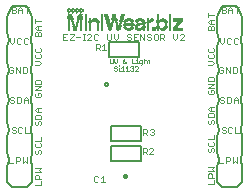
<source format=gto>
G75*
%MOIN*%
%OFA0B0*%
%FSLAX24Y24*%
%IPPOS*%
%LPD*%
%AMOC8*
5,1,8,0,0,1.08239X$1,22.5*
%
%ADD10C,0.0040*%
%ADD11C,0.0080*%
%ADD12C,0.0010*%
%ADD13C,0.0050*%
%ADD14C,0.0160*%
%ADD15C,0.0020*%
%ADD16R,0.0042X0.0007*%
%ADD17R,0.0035X0.0007*%
%ADD18R,0.0028X0.0007*%
%ADD19R,0.0099X0.0007*%
%ADD20R,0.0106X0.0007*%
%ADD21R,0.0092X0.0007*%
%ADD22R,0.0120X0.0007*%
%ADD23R,0.0113X0.0007*%
%ADD24R,0.0085X0.0007*%
%ADD25R,0.0333X0.0007*%
%ADD26R,0.0099X0.0007*%
%ADD27R,0.0106X0.0007*%
%ADD28R,0.0092X0.0007*%
%ADD29R,0.0163X0.0007*%
%ADD30R,0.0149X0.0007*%
%ADD31R,0.0092X0.0007*%
%ADD32R,0.0127X0.0007*%
%ADD33R,0.0333X0.0007*%
%ADD34R,0.0099X0.0007*%
%ADD35R,0.0106X0.0007*%
%ADD36R,0.0092X0.0007*%
%ADD37R,0.0113X0.0007*%
%ADD38R,0.0191X0.0007*%
%ADD39R,0.0177X0.0007*%
%ADD40R,0.0092X0.0007*%
%ADD41R,0.0149X0.0007*%
%ADD42R,0.0333X0.0007*%
%ADD43R,0.0120X0.0007*%
%ADD44R,0.0212X0.0007*%
%ADD45R,0.0191X0.0007*%
%ADD46R,0.0092X0.0007*%
%ADD47R,0.0177X0.0007*%
%ADD48R,0.0120X0.0007*%
%ADD49R,0.0234X0.0007*%
%ADD50R,0.0205X0.0007*%
%ADD51R,0.0099X0.0007*%
%ADD52R,0.0120X0.0007*%
%ADD53R,0.0092X0.0007*%
%ADD54R,0.0113X0.0007*%
%ADD55R,0.0120X0.0007*%
%ADD56R,0.0255X0.0007*%
%ADD57R,0.0220X0.0007*%
%ADD58R,0.0092X0.0007*%
%ADD59R,0.0106X0.0007*%
%ADD60R,0.0198X0.0007*%
%ADD61R,0.0333X0.0007*%
%ADD62R,0.0135X0.0007*%
%ADD63R,0.0127X0.0007*%
%ADD64R,0.0269X0.0007*%
%ADD65R,0.0326X0.0007*%
%ADD66R,0.0212X0.0007*%
%ADD67R,0.0135X0.0007*%
%ADD68R,0.0127X0.0007*%
%ADD69R,0.0127X0.0007*%
%ADD70R,0.0283X0.0007*%
%ADD71R,0.0333X0.0007*%
%ADD72R,0.0227X0.0007*%
%ADD73R,0.0135X0.0007*%
%ADD74R,0.0127X0.0007*%
%ADD75R,0.0290X0.0007*%
%ADD76R,0.0333X0.0007*%
%ADD77R,0.0135X0.0007*%
%ADD78R,0.0297X0.0007*%
%ADD79R,0.0340X0.0007*%
%ADD80R,0.0149X0.0007*%
%ADD81R,0.0135X0.0007*%
%ADD82R,0.0142X0.0007*%
%ADD83R,0.0312X0.0007*%
%ADD84R,0.0156X0.0007*%
%ADD85R,0.0340X0.0007*%
%ADD86R,0.0142X0.0007*%
%ADD87R,0.0120X0.0007*%
%ADD88R,0.0142X0.0007*%
%ADD89R,0.0326X0.0007*%
%ADD90R,0.0149X0.0007*%
%ADD91R,0.0142X0.0007*%
%ADD92R,0.0106X0.0007*%
%ADD93R,0.0127X0.0007*%
%ADD94R,0.0135X0.0007*%
%ADD95R,0.0113X0.0007*%
%ADD96R,0.0163X0.0007*%
%ADD97R,0.0163X0.0007*%
%ADD98R,0.0156X0.0007*%
%ADD99R,0.0113X0.0007*%
%ADD100R,0.0120X0.0007*%
%ADD101R,0.0163X0.0007*%
%ADD102R,0.0163X0.0007*%
%ADD103R,0.0085X0.0007*%
%ADD104R,0.0170X0.0007*%
%ADD105R,0.0177X0.0007*%
%ADD106R,0.0085X0.0007*%
%ADD107R,0.0078X0.0007*%
%ADD108R,0.0177X0.0007*%
%ADD109R,0.0106X0.0007*%
%ADD110R,0.0113X0.0007*%
%ADD111R,0.0085X0.0007*%
%ADD112R,0.0177X0.0007*%
%ADD113R,0.0085X0.0007*%
%ADD114R,0.0177X0.0007*%
%ADD115R,0.0177X0.0007*%
%ADD116R,0.0099X0.0007*%
%ADD117R,0.0184X0.0007*%
%ADD118R,0.0099X0.0007*%
%ADD119R,0.0368X0.0007*%
%ADD120R,0.0191X0.0007*%
%ADD121R,0.0368X0.0007*%
%ADD122R,0.0163X0.0007*%
%ADD123R,0.0184X0.0007*%
%ADD124R,0.0368X0.0007*%
%ADD125R,0.0290X0.0007*%
%ADD126R,0.0113X0.0007*%
%ADD127R,0.0085X0.0007*%
%ADD128R,0.0368X0.0007*%
%ADD129R,0.0276X0.0007*%
%ADD130R,0.0361X0.0007*%
%ADD131R,0.0255X0.0007*%
%ADD132R,0.0085X0.0007*%
%ADD133R,0.0361X0.0007*%
%ADD134R,0.0220X0.0007*%
%ADD135R,0.0361X0.0007*%
%ADD136R,0.0099X0.0007*%
%ADD137R,0.0106X0.0007*%
%ADD138R,0.0106X0.0007*%
%ADD139R,0.0120X0.0007*%
%ADD140R,0.0219X0.0007*%
%ADD141R,0.0142X0.0007*%
%ADD142R,0.0219X0.0007*%
%ADD143R,0.0312X0.0007*%
%ADD144R,0.0219X0.0007*%
%ADD145R,0.0347X0.0007*%
%ADD146R,0.0312X0.0007*%
%ADD147R,0.0304X0.0007*%
%ADD148R,0.0340X0.0007*%
%ADD149R,0.0312X0.0007*%
%ADD150R,0.0234X0.0007*%
%ADD151R,0.0297X0.0007*%
%ADD152R,0.0219X0.0007*%
%ADD153R,0.0312X0.0007*%
%ADD154R,0.0227X0.0007*%
%ADD155R,0.0283X0.0007*%
%ADD156R,0.0290X0.0007*%
%ADD157R,0.0269X0.0007*%
%ADD158R,0.0205X0.0007*%
%ADD159R,0.0184X0.0007*%
%ADD160R,0.0255X0.0007*%
%ADD161R,0.0198X0.0007*%
%ADD162R,0.0191X0.0007*%
%ADD163R,0.0184X0.0007*%
%ADD164R,0.0241X0.0007*%
%ADD165R,0.0255X0.0007*%
%ADD166R,0.0191X0.0007*%
%ADD167R,0.0198X0.0007*%
%ADD168R,0.0184X0.0007*%
%ADD169R,0.0234X0.0007*%
%ADD170R,0.0212X0.0007*%
%ADD171R,0.0184X0.0007*%
%ADD172R,0.0170X0.0007*%
%ADD173R,0.0170X0.0007*%
%ADD174R,0.0156X0.0007*%
%ADD175R,0.0035X0.0007*%
%ADD176R,0.0170X0.0007*%
%ADD177R,0.0042X0.0007*%
%ADD178R,0.0064X0.0007*%
%ADD179R,0.0028X0.0007*%
%ADD180R,0.0035X0.0007*%
%ADD181R,0.0156X0.0007*%
%ADD182R,0.0177X0.0007*%
%ADD183R,0.0170X0.0007*%
%ADD184R,0.0028X0.0007*%
%ADD185R,0.0028X0.0007*%
%ADD186R,0.0057X0.0007*%
%ADD187R,0.0057X0.0007*%
%ADD188R,0.0042X0.0007*%
%ADD189R,0.0043X0.0007*%
%ADD190R,0.0050X0.0007*%
%ADD191R,0.0050X0.0007*%
%ADD192R,0.0043X0.0007*%
%ADD193R,0.0043X0.0007*%
%ADD194R,0.0035X0.0007*%
%ADD195R,0.0035X0.0007*%
%ADD196R,0.0078X0.0007*%
%ADD197R,0.0064X0.0007*%
D10*
X001196Y000320D02*
X001396Y000320D01*
X001396Y000453D01*
X001396Y000541D02*
X001196Y000541D01*
X001196Y000641D01*
X001229Y000674D01*
X001296Y000674D01*
X001329Y000641D01*
X001329Y000541D01*
X001396Y000762D02*
X001196Y000762D01*
X001196Y000895D02*
X001396Y000895D01*
X001329Y000829D01*
X001396Y000762D01*
X000909Y001068D02*
X000909Y001268D01*
X000776Y001268D02*
X000776Y001068D01*
X000843Y001135D01*
X000909Y001068D01*
X000688Y001168D02*
X000688Y001235D01*
X000655Y001268D01*
X000555Y001268D01*
X000555Y001068D01*
X000555Y001135D02*
X000655Y001135D01*
X000688Y001168D01*
X000467Y001068D02*
X000334Y001068D01*
X000334Y001268D01*
X001188Y001401D02*
X001222Y001367D01*
X001255Y001367D01*
X001288Y001401D01*
X001288Y001467D01*
X001322Y001501D01*
X001355Y001501D01*
X001388Y001467D01*
X001388Y001401D01*
X001355Y001367D01*
X001188Y001401D02*
X001188Y001467D01*
X001222Y001501D01*
X001222Y001588D02*
X001355Y001588D01*
X001388Y001622D01*
X001388Y001688D01*
X001355Y001722D01*
X001388Y001809D02*
X001188Y001809D01*
X001222Y001722D02*
X001188Y001688D01*
X001188Y001622D01*
X001222Y001588D01*
X001388Y001809D02*
X001388Y001943D01*
X001363Y002328D02*
X001396Y002361D01*
X001396Y002428D01*
X001363Y002461D01*
X001329Y002461D01*
X001296Y002428D01*
X001296Y002361D01*
X001263Y002328D01*
X001229Y002328D01*
X001196Y002361D01*
X001196Y002428D01*
X001229Y002461D01*
X001196Y002549D02*
X001196Y002649D01*
X001229Y002682D01*
X001363Y002682D01*
X001396Y002649D01*
X001396Y002549D01*
X001196Y002549D01*
X001263Y002770D02*
X001196Y002837D01*
X001263Y002903D01*
X001396Y002903D01*
X001296Y002903D02*
X001296Y002770D01*
X001263Y002770D02*
X001396Y002770D01*
X000949Y003076D02*
X000949Y003209D01*
X000882Y003276D01*
X000815Y003209D01*
X000815Y003076D01*
X000728Y003109D02*
X000728Y003243D01*
X000694Y003276D01*
X000594Y003276D01*
X000594Y003076D01*
X000694Y003076D01*
X000728Y003109D01*
X000815Y003176D02*
X000949Y003176D01*
X001196Y003306D02*
X001196Y003373D01*
X001229Y003406D01*
X001196Y003373D01*
X001196Y003306D01*
X001229Y003273D01*
X001363Y003273D01*
X001396Y003306D01*
X001396Y003373D01*
X001363Y003406D01*
X001296Y003406D01*
X001296Y003339D01*
X001296Y003406D01*
X001363Y003406D01*
X001396Y003373D01*
X001396Y003306D01*
X001363Y003273D01*
X001229Y003273D01*
X001196Y003306D01*
X001196Y003494D02*
X001396Y003627D01*
X001196Y003627D01*
X001396Y003627D01*
X001196Y003494D01*
X001396Y003494D01*
X001196Y003494D01*
X001196Y003715D02*
X001196Y003815D01*
X001229Y003848D01*
X001363Y003848D01*
X001396Y003815D01*
X001396Y003715D01*
X001196Y003715D01*
X001196Y003815D01*
X001229Y003848D01*
X001363Y003848D01*
X001396Y003815D01*
X001396Y003715D01*
X001196Y003715D01*
X000876Y004060D02*
X000776Y004060D01*
X000776Y004260D01*
X000876Y004260D01*
X000909Y004227D01*
X000909Y004094D01*
X000876Y004060D01*
X000688Y004060D02*
X000688Y004260D01*
X000555Y004260D02*
X000688Y004060D01*
X000555Y004060D02*
X000555Y004260D01*
X000467Y004227D02*
X000434Y004260D01*
X000367Y004260D01*
X000334Y004227D01*
X000334Y004094D01*
X000367Y004060D01*
X000434Y004060D01*
X000467Y004094D01*
X000467Y004160D01*
X000401Y004160D01*
X001200Y004342D02*
X001333Y004342D01*
X001400Y004409D01*
X001333Y004476D01*
X001200Y004476D01*
X001233Y004563D02*
X001367Y004563D01*
X001400Y004596D01*
X001400Y004663D01*
X001367Y004697D01*
X001367Y004784D02*
X001400Y004817D01*
X001400Y004884D01*
X001367Y004917D01*
X001367Y004784D02*
X001233Y004784D01*
X001200Y004817D01*
X001200Y004884D01*
X001233Y004917D01*
X001233Y004697D02*
X001200Y004663D01*
X001200Y004596D01*
X001233Y004563D01*
X000915Y005044D02*
X000849Y005044D01*
X000815Y005078D01*
X000815Y005211D01*
X000849Y005245D01*
X000915Y005245D01*
X000949Y005211D01*
X000949Y005078D02*
X000915Y005044D01*
X000728Y005078D02*
X000694Y005044D01*
X000628Y005044D01*
X000594Y005078D01*
X000594Y005211D01*
X000628Y005245D01*
X000694Y005245D01*
X000728Y005211D01*
X000507Y005245D02*
X000507Y005111D01*
X000440Y005044D01*
X000373Y005111D01*
X000373Y005245D01*
X001184Y005289D02*
X001184Y005389D01*
X001217Y005422D01*
X001251Y005422D01*
X001284Y005389D01*
X001284Y005289D01*
X001384Y005289D02*
X001184Y005289D01*
X001284Y005389D02*
X001318Y005422D01*
X001351Y005422D01*
X001384Y005389D01*
X001384Y005289D01*
X001384Y005510D02*
X001251Y005510D01*
X001184Y005577D01*
X001251Y005643D01*
X001384Y005643D01*
X001284Y005643D02*
X001284Y005510D01*
X001184Y005731D02*
X001184Y005864D01*
X001184Y005798D02*
X001384Y005798D01*
X000921Y006068D02*
X000921Y006268D01*
X000855Y006268D02*
X000988Y006268D01*
X000767Y006201D02*
X000767Y006068D01*
X000767Y006168D02*
X000634Y006168D01*
X000634Y006201D02*
X000700Y006268D01*
X000767Y006201D01*
X000634Y006201D02*
X000634Y006068D01*
X000546Y006101D02*
X000513Y006068D01*
X000413Y006068D01*
X000413Y006268D01*
X000513Y006268D01*
X000546Y006235D01*
X000546Y006201D01*
X000513Y006168D01*
X000413Y006168D01*
X000513Y006168D02*
X000546Y006135D01*
X000546Y006101D01*
X002122Y005369D02*
X002122Y005169D01*
X002255Y005169D01*
X002343Y005169D02*
X002476Y005169D01*
X002343Y005169D02*
X002343Y005202D01*
X002476Y005335D01*
X002476Y005369D01*
X002343Y005369D01*
X002255Y005369D02*
X002122Y005369D01*
X002122Y005269D02*
X002188Y005269D01*
X002564Y005269D02*
X002697Y005269D01*
X002785Y005169D02*
X002851Y005169D01*
X002818Y005169D02*
X002818Y005369D01*
X002785Y005369D02*
X002851Y005369D01*
X002932Y005335D02*
X002965Y005369D01*
X003032Y005369D01*
X003065Y005335D01*
X003065Y005302D01*
X002932Y005169D01*
X003065Y005169D01*
X003153Y005202D02*
X003186Y005169D01*
X003253Y005169D01*
X003286Y005202D01*
X003153Y005202D02*
X003153Y005335D01*
X003186Y005369D01*
X003253Y005369D01*
X003286Y005335D01*
X003319Y005048D02*
X003219Y005048D01*
X003219Y004847D01*
X003219Y004914D02*
X003319Y004914D01*
X003352Y004947D01*
X003352Y005014D01*
X003319Y005048D01*
X003439Y004981D02*
X003506Y005048D01*
X003506Y004847D01*
X003439Y004847D02*
X003573Y004847D01*
X003352Y004847D02*
X003285Y004914D01*
X003595Y005202D02*
X003628Y005169D01*
X003695Y005169D01*
X003728Y005202D01*
X003728Y005369D01*
X003816Y005369D02*
X003816Y005235D01*
X003883Y005169D01*
X003949Y005235D01*
X003949Y005369D01*
X004258Y005335D02*
X004258Y005302D01*
X004291Y005269D01*
X004358Y005269D01*
X004391Y005235D01*
X004391Y005202D01*
X004358Y005169D01*
X004291Y005169D01*
X004258Y005202D01*
X004258Y005335D02*
X004291Y005369D01*
X004358Y005369D01*
X004391Y005335D01*
X004479Y005369D02*
X004479Y005169D01*
X004612Y005169D01*
X004700Y005169D02*
X004700Y005369D01*
X004833Y005169D01*
X004833Y005369D01*
X004921Y005335D02*
X004921Y005302D01*
X004954Y005269D01*
X005021Y005269D01*
X005054Y005235D01*
X005054Y005202D01*
X005021Y005169D01*
X004954Y005169D01*
X004921Y005202D01*
X004921Y005335D02*
X004954Y005369D01*
X005021Y005369D01*
X005054Y005335D01*
X005142Y005335D02*
X005175Y005369D01*
X005242Y005369D01*
X005275Y005335D01*
X005275Y005202D01*
X005242Y005169D01*
X005175Y005169D01*
X005142Y005202D01*
X005142Y005335D01*
X005363Y005369D02*
X005363Y005169D01*
X005363Y005235D02*
X005463Y005235D01*
X005496Y005269D01*
X005496Y005335D01*
X005463Y005369D01*
X005363Y005369D01*
X005430Y005235D02*
X005496Y005169D01*
X005805Y005235D02*
X005872Y005169D01*
X005938Y005235D01*
X005938Y005369D01*
X006026Y005335D02*
X006059Y005369D01*
X006126Y005369D01*
X006159Y005335D01*
X006159Y005302D01*
X006026Y005169D01*
X006159Y005169D01*
X005805Y005235D02*
X005805Y005369D01*
X006948Y005489D02*
X006948Y005589D01*
X006981Y005623D01*
X007015Y005623D01*
X007048Y005589D01*
X007048Y005489D01*
X007148Y005489D02*
X006948Y005489D01*
X007048Y005589D02*
X007081Y005623D01*
X007115Y005623D01*
X007148Y005589D01*
X007148Y005489D01*
X007148Y005710D02*
X007015Y005710D01*
X006948Y005777D01*
X007015Y005844D01*
X007148Y005844D01*
X007048Y005844D02*
X007048Y005710D01*
X006948Y005931D02*
X006948Y006065D01*
X006948Y005998D02*
X007148Y005998D01*
X007413Y006068D02*
X007513Y006068D01*
X007546Y006101D01*
X007546Y006135D01*
X007513Y006168D01*
X007413Y006168D01*
X007513Y006168D02*
X007546Y006201D01*
X007546Y006235D01*
X007513Y006268D01*
X007413Y006268D01*
X007413Y006068D01*
X007634Y006068D02*
X007634Y006201D01*
X007700Y006268D01*
X007767Y006201D01*
X007767Y006068D01*
X007921Y006068D02*
X007921Y006268D01*
X007855Y006268D02*
X007988Y006268D01*
X007767Y006168D02*
X007634Y006168D01*
X007628Y005245D02*
X007594Y005211D01*
X007594Y005078D01*
X007628Y005044D01*
X007694Y005044D01*
X007728Y005078D01*
X007815Y005078D02*
X007849Y005044D01*
X007915Y005044D01*
X007949Y005078D01*
X007949Y005211D02*
X007915Y005245D01*
X007849Y005245D01*
X007815Y005211D01*
X007815Y005078D01*
X007728Y005211D02*
X007694Y005245D01*
X007628Y005245D01*
X007507Y005245D02*
X007507Y005111D01*
X007440Y005044D01*
X007373Y005111D01*
X007373Y005245D01*
X007138Y004915D02*
X007172Y004882D01*
X007172Y004815D01*
X007138Y004782D01*
X007005Y004782D01*
X006972Y004815D01*
X006972Y004882D01*
X007005Y004915D01*
X007005Y004694D02*
X006972Y004661D01*
X006972Y004594D01*
X007005Y004561D01*
X007138Y004561D01*
X007172Y004594D01*
X007172Y004661D01*
X007138Y004694D01*
X007105Y004473D02*
X006972Y004473D01*
X007105Y004473D02*
X007172Y004406D01*
X007105Y004340D01*
X006972Y004340D01*
X007334Y004227D02*
X007334Y004094D01*
X007367Y004060D01*
X007434Y004060D01*
X007467Y004094D01*
X007467Y004160D01*
X007401Y004160D01*
X007467Y004227D02*
X007434Y004260D01*
X007367Y004260D01*
X007334Y004227D01*
X007555Y004260D02*
X007555Y004060D01*
X007688Y004060D02*
X007688Y004260D01*
X007776Y004260D02*
X007876Y004260D01*
X007909Y004227D01*
X007909Y004094D01*
X007876Y004060D01*
X007776Y004060D01*
X007776Y004260D01*
X007688Y004060D02*
X007555Y004260D01*
X007172Y003897D02*
X007138Y003931D01*
X007005Y003931D01*
X006972Y003897D01*
X006972Y003797D01*
X007172Y003797D01*
X007172Y003897D01*
X007172Y003710D02*
X006972Y003710D01*
X006972Y003576D02*
X007172Y003710D01*
X007172Y003576D02*
X006972Y003576D01*
X007005Y003489D02*
X006972Y003456D01*
X006972Y003389D01*
X007005Y003355D01*
X007138Y003355D01*
X007172Y003389D01*
X007172Y003456D01*
X007138Y003489D01*
X007072Y003489D01*
X007072Y003422D01*
X007373Y003243D02*
X007373Y003209D01*
X007407Y003176D01*
X007473Y003176D01*
X007507Y003143D01*
X007507Y003109D01*
X007473Y003076D01*
X007407Y003076D01*
X007373Y003109D01*
X007373Y003243D02*
X007407Y003276D01*
X007473Y003276D01*
X007507Y003243D01*
X007594Y003276D02*
X007694Y003276D01*
X007728Y003243D01*
X007728Y003109D01*
X007694Y003076D01*
X007594Y003076D01*
X007594Y003276D01*
X007815Y003209D02*
X007815Y003076D01*
X007815Y003176D02*
X007949Y003176D01*
X007949Y003209D02*
X007949Y003076D01*
X007949Y003209D02*
X007882Y003276D01*
X007815Y003209D01*
X007172Y002947D02*
X007038Y002947D01*
X006972Y002880D01*
X007038Y002813D01*
X007172Y002813D01*
X007072Y002813D02*
X007072Y002947D01*
X007138Y002726D02*
X007005Y002726D01*
X006972Y002692D01*
X006972Y002592D01*
X007172Y002592D01*
X007172Y002692D01*
X007138Y002726D01*
X007138Y002505D02*
X007172Y002471D01*
X007172Y002405D01*
X007138Y002371D01*
X007072Y002405D02*
X007072Y002471D01*
X007105Y002505D01*
X007138Y002505D01*
X007072Y002405D02*
X007038Y002371D01*
X007005Y002371D01*
X006972Y002405D01*
X006972Y002471D01*
X007005Y002505D01*
X007413Y002219D02*
X007413Y002186D01*
X007446Y002152D01*
X007513Y002152D01*
X007546Y002119D01*
X007546Y002086D01*
X007513Y002052D01*
X007446Y002052D01*
X007413Y002086D01*
X007413Y002219D02*
X007446Y002252D01*
X007513Y002252D01*
X007546Y002219D01*
X007634Y002219D02*
X007634Y002086D01*
X007667Y002052D01*
X007734Y002052D01*
X007767Y002086D01*
X007855Y002052D02*
X007988Y002052D01*
X007855Y002052D02*
X007855Y002252D01*
X007767Y002219D02*
X007734Y002252D01*
X007667Y002252D01*
X007634Y002219D01*
X007172Y002002D02*
X007172Y001868D01*
X006972Y001868D01*
X007005Y001781D02*
X006972Y001747D01*
X006972Y001681D01*
X007005Y001647D01*
X007138Y001647D01*
X007172Y001681D01*
X007172Y001747D01*
X007138Y001781D01*
X007138Y001560D02*
X007172Y001526D01*
X007172Y001460D01*
X007138Y001426D01*
X007072Y001460D02*
X007072Y001526D01*
X007105Y001560D01*
X007138Y001560D01*
X007072Y001460D02*
X007038Y001426D01*
X007005Y001426D01*
X006972Y001460D01*
X006972Y001526D01*
X007005Y001560D01*
X007334Y001268D02*
X007334Y001068D01*
X007467Y001068D01*
X007555Y001068D02*
X007555Y001268D01*
X007655Y001268D01*
X007688Y001235D01*
X007688Y001168D01*
X007655Y001135D01*
X007555Y001135D01*
X007776Y001068D02*
X007843Y001135D01*
X007909Y001068D01*
X007909Y001268D01*
X007776Y001268D02*
X007776Y001068D01*
X007172Y000939D02*
X007105Y000872D01*
X007172Y000805D01*
X006972Y000805D01*
X007005Y000718D02*
X007072Y000718D01*
X007105Y000684D01*
X007105Y000584D01*
X007172Y000584D02*
X006972Y000584D01*
X006972Y000684D01*
X007005Y000718D01*
X007172Y000497D02*
X007172Y000363D01*
X006972Y000363D01*
X006972Y000939D02*
X007172Y000939D01*
X005140Y001375D02*
X005006Y001375D01*
X005140Y001508D01*
X005140Y001542D01*
X005107Y001575D01*
X005040Y001575D01*
X005006Y001542D01*
X004919Y001542D02*
X004919Y001475D01*
X004886Y001442D01*
X004785Y001442D01*
X004785Y001375D02*
X004785Y001575D01*
X004886Y001575D01*
X004919Y001542D01*
X004852Y001442D02*
X004919Y001375D01*
X004935Y002005D02*
X004868Y002072D01*
X004901Y002072D02*
X004801Y002072D01*
X004801Y002005D02*
X004801Y002205D01*
X004901Y002205D01*
X004935Y002172D01*
X004935Y002105D01*
X004901Y002072D01*
X005022Y002038D02*
X005056Y002005D01*
X005122Y002005D01*
X005156Y002038D01*
X005156Y002072D01*
X005122Y002105D01*
X005089Y002105D01*
X005122Y002105D02*
X005156Y002138D01*
X005156Y002172D01*
X005122Y002205D01*
X005056Y002205D01*
X005022Y002172D01*
X003595Y005202D02*
X003595Y005369D01*
X004479Y005369D02*
X004612Y005369D01*
X004546Y005269D02*
X004479Y005269D01*
X000855Y002252D02*
X000855Y002052D01*
X000988Y002052D01*
X000767Y002086D02*
X000734Y002052D01*
X000667Y002052D01*
X000634Y002086D01*
X000634Y002219D01*
X000667Y002252D01*
X000734Y002252D01*
X000767Y002219D01*
X000546Y002219D02*
X000513Y002252D01*
X000446Y002252D01*
X000413Y002219D01*
X000413Y002186D01*
X000446Y002152D01*
X000513Y002152D01*
X000546Y002119D01*
X000546Y002086D01*
X000513Y002052D01*
X000446Y002052D01*
X000413Y002086D01*
X000407Y003076D02*
X000373Y003109D01*
X000407Y003076D02*
X000473Y003076D01*
X000507Y003109D01*
X000507Y003143D01*
X000473Y003176D01*
X000407Y003176D01*
X000373Y003209D01*
X000373Y003243D01*
X000407Y003276D01*
X000473Y003276D01*
X000507Y003243D01*
D11*
X000263Y000432D02*
X000434Y000261D01*
X000934Y000261D01*
X001105Y000432D01*
X001105Y000932D01*
X001052Y001182D01*
X001105Y001432D01*
X001105Y001932D01*
X001052Y002182D01*
X001105Y002432D01*
X001105Y002932D01*
X001052Y003182D01*
X001105Y003432D01*
X001105Y003932D01*
X001052Y004182D01*
X001105Y004432D01*
X001105Y004932D01*
X001052Y005182D01*
X001105Y005432D01*
X001105Y005932D01*
X000934Y006300D01*
X000434Y006300D01*
X000263Y005932D01*
X000263Y005432D01*
X000316Y005182D01*
X000263Y004932D01*
X000263Y004432D01*
X000316Y004182D01*
X000263Y003932D01*
X000263Y003432D01*
X000316Y003182D01*
X000263Y002932D01*
X000263Y002432D01*
X000316Y002182D01*
X000263Y001932D01*
X000263Y001432D01*
X000316Y001182D01*
X000263Y000932D01*
X000263Y000432D01*
X003715Y001121D02*
X004715Y001121D01*
X004715Y001621D01*
X003715Y001621D01*
X003715Y001121D01*
X003731Y001810D02*
X004731Y001810D01*
X004731Y002310D01*
X003731Y002310D01*
X003731Y001810D01*
X003656Y004585D02*
X004656Y004585D01*
X004656Y005085D01*
X003656Y005085D01*
X003656Y004585D01*
X007263Y004432D02*
X007263Y004932D01*
X007316Y005182D01*
X007263Y005432D01*
X007263Y005932D01*
X007434Y006300D01*
X007934Y006300D01*
X008105Y005932D01*
X008105Y005432D01*
X008052Y005182D01*
X008105Y004932D01*
X008105Y004432D01*
X008052Y004182D01*
X008105Y003932D01*
X008105Y003432D01*
X008052Y003182D01*
X008105Y002932D01*
X008105Y002432D01*
X008052Y002182D01*
X008105Y001932D01*
X008105Y001432D01*
X008052Y001182D01*
X008105Y000932D01*
X008105Y000432D01*
X007934Y000261D01*
X007434Y000261D01*
X007263Y000432D01*
X007263Y000932D01*
X007316Y001182D01*
X007263Y001432D01*
X007263Y001932D01*
X007316Y002182D01*
X007263Y002432D01*
X007263Y002932D01*
X007316Y003182D01*
X007263Y003432D01*
X007263Y003932D01*
X007316Y004182D01*
X007263Y004432D01*
D12*
X005008Y004389D02*
X004983Y004415D01*
X004983Y004515D01*
X004958Y004490D02*
X005008Y004490D01*
X004911Y004465D02*
X004911Y004389D01*
X004911Y004465D02*
X004886Y004490D01*
X004836Y004490D01*
X004811Y004465D01*
X004763Y004490D02*
X004763Y004364D01*
X004738Y004339D01*
X004713Y004339D01*
X004688Y004389D02*
X004763Y004389D01*
X004811Y004389D02*
X004811Y004540D01*
X004763Y004490D02*
X004688Y004490D01*
X004663Y004465D01*
X004663Y004415D01*
X004688Y004389D01*
X004615Y004389D02*
X004565Y004389D01*
X004590Y004389D02*
X004590Y004490D01*
X004565Y004490D01*
X004590Y004540D02*
X004590Y004565D01*
X004418Y004540D02*
X004418Y004389D01*
X004518Y004389D01*
X004541Y004300D02*
X004516Y004275D01*
X004541Y004300D02*
X004591Y004300D01*
X004616Y004275D01*
X004616Y004250D01*
X004516Y004149D01*
X004616Y004149D01*
X004469Y004175D02*
X004444Y004149D01*
X004394Y004149D01*
X004369Y004175D01*
X004321Y004149D02*
X004221Y004149D01*
X004174Y004149D02*
X004074Y004149D01*
X004026Y004149D02*
X003976Y004149D01*
X004001Y004149D02*
X004001Y004250D01*
X003976Y004250D01*
X003928Y004275D02*
X003903Y004300D01*
X003853Y004300D01*
X003828Y004275D01*
X003828Y004250D01*
X003853Y004225D01*
X003903Y004225D01*
X003928Y004200D01*
X003928Y004175D01*
X003903Y004149D01*
X003853Y004149D01*
X003828Y004175D01*
X004001Y004300D02*
X004001Y004325D01*
X004074Y004250D02*
X004124Y004300D01*
X004124Y004149D01*
X004221Y004250D02*
X004271Y004300D01*
X004271Y004149D01*
X004369Y004275D02*
X004394Y004300D01*
X004444Y004300D01*
X004469Y004275D01*
X004469Y004250D01*
X004444Y004225D01*
X004469Y004200D01*
X004469Y004175D01*
X004444Y004225D02*
X004419Y004225D01*
X004223Y004389D02*
X004123Y004490D01*
X004123Y004515D01*
X004148Y004540D01*
X004173Y004515D01*
X004173Y004490D01*
X004123Y004440D01*
X004123Y004415D01*
X004148Y004389D01*
X004173Y004389D01*
X004223Y004440D01*
X003928Y004440D02*
X003928Y004540D01*
X003828Y004540D02*
X003828Y004440D01*
X003878Y004389D01*
X003928Y004440D01*
X003781Y004415D02*
X003756Y004389D01*
X003706Y004389D01*
X003681Y004415D01*
X003681Y004540D01*
X003781Y004540D02*
X003781Y004415D01*
D13*
X003526Y003694D02*
X003528Y003707D01*
X003533Y003720D01*
X003542Y003731D01*
X003553Y003738D01*
X003566Y003743D01*
X003579Y003744D01*
X003593Y003741D01*
X003605Y003735D01*
X003615Y003726D01*
X003622Y003714D01*
X003626Y003701D01*
X003626Y003687D01*
X003622Y003674D01*
X003615Y003662D01*
X003605Y003653D01*
X003593Y003647D01*
X003579Y003644D01*
X003566Y003645D01*
X003553Y003650D01*
X003542Y003657D01*
X003533Y003668D01*
X003528Y003681D01*
X003526Y003694D01*
D14*
X004208Y000647D02*
X004208Y000623D01*
D15*
X003527Y000428D02*
X003380Y000428D01*
X003453Y000428D02*
X003453Y000648D01*
X003380Y000574D01*
X003306Y000611D02*
X003269Y000648D01*
X003196Y000648D01*
X003159Y000611D01*
X003159Y000464D01*
X003196Y000428D01*
X003269Y000428D01*
X003306Y000464D01*
D16*
X004320Y005465D03*
X002784Y006117D03*
X002770Y006159D03*
X002699Y006117D03*
X002699Y006110D03*
X002649Y006117D03*
X002635Y006159D03*
X002564Y006117D03*
X002564Y006110D03*
X002515Y006117D03*
X002501Y006159D03*
X002472Y006060D03*
X002338Y006060D03*
X002295Y006110D03*
X002295Y006117D03*
X002366Y006159D03*
X002607Y006060D03*
X002741Y006060D03*
D17*
X002334Y006209D03*
X004650Y005465D03*
D18*
X005121Y005869D03*
X005446Y005465D03*
D19*
X005446Y005472D03*
X005560Y005621D03*
X005560Y005635D03*
X005560Y005671D03*
X005560Y005685D03*
X005553Y005734D03*
X005701Y005734D03*
X005701Y005720D03*
X005701Y005685D03*
X005701Y005671D03*
X005701Y005635D03*
X005701Y005621D03*
X005701Y005586D03*
X005701Y005572D03*
X005701Y005543D03*
X005701Y005522D03*
X005701Y005494D03*
X005701Y005472D03*
X005701Y005763D03*
X005701Y005784D03*
X005701Y005812D03*
X005701Y005834D03*
X005701Y005911D03*
X005701Y005940D03*
X005701Y005961D03*
X005701Y005989D03*
X005291Y005720D03*
X004965Y005685D03*
X004965Y005671D03*
X004965Y005635D03*
X004965Y005621D03*
X004965Y005586D03*
X004965Y005572D03*
X004965Y005543D03*
X004965Y005522D03*
X004965Y005494D03*
X004965Y005472D03*
X004816Y005621D03*
X004816Y005635D03*
X004816Y005734D03*
X004816Y005763D03*
X004590Y005763D03*
X004582Y005621D03*
X004441Y005586D03*
X004434Y005572D03*
X004441Y005720D03*
X004427Y005763D03*
X004186Y005734D03*
X004186Y005720D03*
X004058Y005763D03*
X004051Y005734D03*
X004044Y005720D03*
X004037Y005685D03*
X004030Y005671D03*
X003910Y005720D03*
X003896Y005784D03*
X003648Y005671D03*
X003704Y005472D03*
X003974Y005472D03*
X004193Y005586D03*
X003280Y005586D03*
X003280Y005572D03*
X003280Y005543D03*
X003280Y005522D03*
X003280Y005494D03*
X003280Y005472D03*
X003280Y005621D03*
X003280Y005635D03*
X003280Y005671D03*
X003280Y005685D03*
X003280Y005720D03*
X003280Y005734D03*
X003032Y005734D03*
X003032Y005720D03*
X002883Y005720D03*
X002883Y005734D03*
X002883Y005763D03*
X002883Y005784D03*
X002883Y005812D03*
X002883Y005834D03*
X002883Y005911D03*
X002883Y005940D03*
X002883Y005961D03*
X002883Y005989D03*
X002734Y005812D03*
X002734Y005784D03*
X002734Y005763D03*
X002734Y005734D03*
X002734Y005720D03*
X002734Y005685D03*
X002734Y005671D03*
X002734Y005635D03*
X002734Y005621D03*
X002734Y005586D03*
X002734Y005572D03*
X002734Y005543D03*
X002734Y005522D03*
X002734Y005494D03*
X002734Y005472D03*
X002883Y005472D03*
X002883Y005494D03*
X002883Y005522D03*
X002883Y005543D03*
X002883Y005572D03*
X002883Y005586D03*
X002883Y005621D03*
X002883Y005635D03*
X002883Y005671D03*
X002883Y005685D03*
X002331Y005685D03*
X002331Y005671D03*
X002331Y005635D03*
X002331Y005621D03*
X002331Y005586D03*
X002331Y005572D03*
X002331Y005543D03*
X002331Y005522D03*
X002331Y005494D03*
X002331Y005472D03*
X002331Y005720D03*
X002331Y005734D03*
X002331Y005763D03*
X002331Y005784D03*
X002331Y005812D03*
D20*
X002533Y005472D03*
X003269Y005763D03*
X003602Y005834D03*
X003609Y005812D03*
X003616Y005784D03*
X003623Y005763D03*
X003630Y005734D03*
X003644Y005685D03*
X003595Y005862D03*
X004062Y005784D03*
X004069Y005812D03*
X004076Y005834D03*
X004097Y005911D03*
X004104Y005940D03*
X004112Y005961D03*
X004119Y005989D03*
X004197Y005763D03*
X004197Y005572D03*
X004813Y005586D03*
X004813Y005720D03*
X005082Y005834D03*
X005294Y005734D03*
X005294Y005586D03*
X005145Y005572D03*
X005145Y005543D03*
X005145Y005522D03*
X005145Y005494D03*
X005145Y005472D03*
X005549Y005586D03*
D21*
X005287Y005621D03*
X005287Y005635D03*
X005287Y005671D03*
X005287Y005685D03*
X005287Y005812D03*
X005287Y005834D03*
X005287Y005862D03*
X005287Y005911D03*
X005287Y005940D03*
X005287Y005961D03*
X005287Y005989D03*
X004961Y005834D03*
X004961Y005812D03*
X005287Y005522D03*
X005287Y005494D03*
X005287Y005472D03*
X004579Y005734D03*
X004437Y005734D03*
X004182Y005621D03*
X003920Y005671D03*
X003920Y005685D03*
X003906Y005734D03*
X003899Y005763D03*
X003779Y005763D03*
X003772Y005734D03*
X003758Y005671D03*
X003425Y005671D03*
X003425Y005685D03*
X003425Y005720D03*
X003425Y005734D03*
X003425Y005763D03*
X003425Y005784D03*
X003425Y005812D03*
X003425Y005834D03*
X003425Y005911D03*
X003425Y005940D03*
X003425Y005961D03*
X003425Y005989D03*
X003425Y005635D03*
X003425Y005621D03*
X003425Y005586D03*
X003425Y005572D03*
X003425Y005543D03*
X003425Y005522D03*
X003425Y005494D03*
X003425Y005472D03*
X003028Y005472D03*
X003028Y005494D03*
X003028Y005522D03*
X003028Y005543D03*
X003028Y005572D03*
X003028Y005586D03*
X003028Y005621D03*
X003028Y005635D03*
X003028Y005671D03*
X003028Y005685D03*
X003028Y005812D03*
X003028Y005834D03*
X002738Y006088D03*
X002469Y006088D03*
X002334Y006088D03*
X002433Y005812D03*
X002440Y005784D03*
X002448Y005763D03*
X002469Y005685D03*
X002469Y005671D03*
X002483Y005621D03*
X002596Y005671D03*
X002625Y005784D03*
X002632Y005812D03*
D22*
X004218Y005784D03*
X004317Y005862D03*
X004317Y005472D03*
X005075Y005812D03*
X005301Y005763D03*
X005301Y005572D03*
X006002Y005720D03*
D23*
X005970Y005685D03*
X005914Y005621D03*
X005871Y005572D03*
X005538Y005572D03*
X005538Y005763D03*
X004809Y005572D03*
X004646Y005472D03*
X004582Y005543D03*
X004597Y005635D03*
X004604Y005784D03*
X003974Y005494D03*
X003704Y005494D03*
X003577Y005940D03*
X003570Y005961D03*
X003563Y005989D03*
X003039Y005763D03*
D24*
X002607Y005720D03*
X002600Y005685D03*
X002458Y005720D03*
X004823Y005472D03*
D25*
X005953Y005472D03*
X005953Y005494D03*
X005953Y005522D03*
X005953Y005543D03*
D26*
X005701Y005529D03*
X005701Y005479D03*
X005701Y005579D03*
X005701Y005628D03*
X005701Y005678D03*
X005701Y005727D03*
X005701Y005777D03*
X005701Y005826D03*
X005701Y005947D03*
X005701Y005996D03*
X005553Y005727D03*
X005560Y005678D03*
X005560Y005628D03*
X005291Y005727D03*
X004965Y005678D03*
X004965Y005628D03*
X004965Y005579D03*
X004965Y005529D03*
X004965Y005479D03*
X004816Y005628D03*
X004816Y005727D03*
X004597Y005777D03*
X004441Y005727D03*
X004434Y005579D03*
X004193Y005579D03*
X004186Y005727D03*
X004058Y005777D03*
X004073Y005826D03*
X004044Y005727D03*
X003974Y005479D03*
X003704Y005479D03*
X003648Y005678D03*
X003634Y005727D03*
X003619Y005777D03*
X003280Y005727D03*
X003280Y005678D03*
X003280Y005628D03*
X003280Y005579D03*
X003280Y005529D03*
X003280Y005479D03*
X003032Y005727D03*
X002883Y005727D03*
X002883Y005678D03*
X002883Y005628D03*
X002883Y005579D03*
X002883Y005529D03*
X002883Y005479D03*
X002734Y005479D03*
X002734Y005529D03*
X002734Y005579D03*
X002734Y005628D03*
X002734Y005678D03*
X002734Y005727D03*
X002734Y005777D03*
X002883Y005777D03*
X002883Y005826D03*
X002883Y005947D03*
X002883Y005996D03*
X002331Y005777D03*
X002331Y005727D03*
X002331Y005678D03*
X002331Y005628D03*
X002331Y005579D03*
X002331Y005529D03*
X002331Y005479D03*
D27*
X002533Y005479D03*
X003609Y005826D03*
X003573Y005947D03*
X004104Y005947D03*
X004416Y005777D03*
X004586Y005628D03*
X004813Y005579D03*
X004806Y005777D03*
X005145Y005529D03*
X005145Y005479D03*
X005542Y005579D03*
D28*
X005287Y005628D03*
X005287Y005678D03*
X005287Y005479D03*
X005287Y005826D03*
X005287Y005947D03*
X005287Y005996D03*
X004961Y005826D03*
X003920Y005678D03*
X003906Y005727D03*
X003899Y005777D03*
X003772Y005727D03*
X003425Y005727D03*
X003425Y005678D03*
X003425Y005628D03*
X003425Y005579D03*
X003425Y005529D03*
X003425Y005479D03*
X003425Y005777D03*
X003425Y005826D03*
X003425Y005947D03*
X003425Y005996D03*
X003028Y005826D03*
X003028Y005678D03*
X003028Y005628D03*
X003028Y005579D03*
X003028Y005529D03*
X003028Y005479D03*
X002610Y005727D03*
X002625Y005777D03*
X002440Y005777D03*
X002469Y005678D03*
X002483Y005628D03*
D29*
X002702Y005947D03*
X004317Y005479D03*
D30*
X004650Y005479D03*
D31*
X004572Y005579D03*
X004820Y005479D03*
X004034Y005678D03*
X002455Y005727D03*
D32*
X003839Y005947D03*
X003973Y005529D03*
X005446Y005479D03*
D33*
X005407Y005529D03*
X005953Y005529D03*
X005953Y005479D03*
D34*
X005701Y005487D03*
X005701Y005501D03*
X005701Y005515D03*
X005701Y005536D03*
X005701Y005550D03*
X005701Y005564D03*
X005701Y005593D03*
X005701Y005600D03*
X005701Y005614D03*
X005701Y005642D03*
X005701Y005656D03*
X005701Y005664D03*
X005701Y005692D03*
X005701Y005706D03*
X005701Y005713D03*
X005701Y005741D03*
X005701Y005756D03*
X005701Y005770D03*
X005701Y005791D03*
X005701Y005805D03*
X005701Y005819D03*
X005701Y005841D03*
X005701Y005855D03*
X005701Y005904D03*
X005701Y005918D03*
X005701Y005933D03*
X005701Y005954D03*
X005701Y005968D03*
X005701Y005982D03*
X005560Y005713D03*
X005560Y005706D03*
X005560Y005692D03*
X005560Y005664D03*
X005560Y005656D03*
X005560Y005642D03*
X005553Y005600D03*
X005291Y005600D03*
X005291Y005614D03*
X005291Y005713D03*
X005085Y005841D03*
X004965Y005713D03*
X004965Y005706D03*
X004965Y005692D03*
X004965Y005664D03*
X004965Y005656D03*
X004965Y005642D03*
X004965Y005614D03*
X004965Y005600D03*
X004965Y005593D03*
X004965Y005564D03*
X004965Y005550D03*
X004965Y005536D03*
X004965Y005515D03*
X004965Y005501D03*
X004965Y005487D03*
X004816Y005593D03*
X004816Y005600D03*
X004816Y005614D03*
X004816Y005642D03*
X004816Y005741D03*
X004816Y005756D03*
X004809Y005770D03*
X004590Y005770D03*
X004441Y005713D03*
X004575Y005600D03*
X004575Y005564D03*
X004186Y005593D03*
X004186Y005600D03*
X004186Y005741D03*
X004066Y005791D03*
X004066Y005805D03*
X004073Y005819D03*
X004080Y005855D03*
X004087Y005883D03*
X004094Y005904D03*
X004101Y005933D03*
X004108Y005954D03*
X004115Y005982D03*
X004058Y005770D03*
X004051Y005756D03*
X004051Y005741D03*
X004044Y005713D03*
X004037Y005692D03*
X004030Y005664D03*
X003924Y005664D03*
X003917Y005692D03*
X003655Y005656D03*
X003641Y005706D03*
X003627Y005756D03*
X003612Y005805D03*
X003280Y005713D03*
X003280Y005706D03*
X003280Y005692D03*
X003280Y005664D03*
X003280Y005656D03*
X003280Y005642D03*
X003280Y005614D03*
X003280Y005600D03*
X003280Y005593D03*
X003280Y005564D03*
X003280Y005550D03*
X003280Y005536D03*
X003280Y005515D03*
X003280Y005501D03*
X003280Y005487D03*
X003032Y005713D03*
X002883Y005713D03*
X002883Y005706D03*
X002883Y005692D03*
X002883Y005664D03*
X002883Y005656D03*
X002883Y005642D03*
X002883Y005614D03*
X002883Y005600D03*
X002883Y005593D03*
X002883Y005564D03*
X002883Y005550D03*
X002883Y005536D03*
X002883Y005515D03*
X002883Y005501D03*
X002883Y005487D03*
X002734Y005487D03*
X002734Y005501D03*
X002734Y005515D03*
X002734Y005536D03*
X002734Y005550D03*
X002734Y005564D03*
X002734Y005593D03*
X002734Y005600D03*
X002734Y005614D03*
X002734Y005642D03*
X002734Y005656D03*
X002734Y005664D03*
X002734Y005692D03*
X002734Y005706D03*
X002734Y005713D03*
X002734Y005741D03*
X002734Y005756D03*
X002734Y005770D03*
X002734Y005791D03*
X002734Y005805D03*
X002734Y005819D03*
X002883Y005819D03*
X002883Y005805D03*
X002883Y005791D03*
X002883Y005770D03*
X002883Y005756D03*
X002883Y005741D03*
X002883Y005841D03*
X002883Y005855D03*
X002883Y005904D03*
X002883Y005918D03*
X002883Y005933D03*
X002883Y005954D03*
X002883Y005968D03*
X002883Y005982D03*
X002331Y005819D03*
X002331Y005805D03*
X002331Y005791D03*
X002331Y005770D03*
X002331Y005756D03*
X002331Y005741D03*
X002331Y005713D03*
X002331Y005706D03*
X002331Y005692D03*
X002331Y005664D03*
X002331Y005656D03*
X002331Y005642D03*
X002331Y005614D03*
X002331Y005600D03*
X002331Y005593D03*
X002331Y005564D03*
X002331Y005550D03*
X002331Y005536D03*
X002331Y005515D03*
X002331Y005501D03*
X002331Y005487D03*
D35*
X002533Y005487D03*
X003035Y005741D03*
X003276Y005741D03*
X003276Y005756D03*
X003602Y005841D03*
X003602Y005855D03*
X003595Y005869D03*
X003609Y005819D03*
X003616Y005791D03*
X003623Y005770D03*
X003630Y005741D03*
X003644Y005692D03*
X003651Y005664D03*
X003701Y005487D03*
X004076Y005841D03*
X004090Y005890D03*
X004097Y005918D03*
X004112Y005968D03*
X004204Y005770D03*
X004197Y005756D03*
X004204Y005564D03*
X004430Y005564D03*
X004579Y005550D03*
X005145Y005550D03*
X005145Y005536D03*
X005145Y005515D03*
X005145Y005501D03*
X005145Y005487D03*
X005145Y005564D03*
X005294Y005593D03*
X005294Y005741D03*
X005542Y005756D03*
X005549Y005741D03*
X005549Y005593D03*
X003581Y005918D03*
X003573Y005954D03*
X003566Y005982D03*
D36*
X003425Y005982D03*
X003425Y005968D03*
X003425Y005954D03*
X003425Y005933D03*
X003425Y005918D03*
X003425Y005904D03*
X003425Y005855D03*
X003425Y005841D03*
X003425Y005819D03*
X003425Y005805D03*
X003425Y005791D03*
X003425Y005770D03*
X003425Y005756D03*
X003425Y005741D03*
X003425Y005713D03*
X003425Y005706D03*
X003425Y005692D03*
X003425Y005664D03*
X003425Y005656D03*
X003425Y005642D03*
X003425Y005614D03*
X003425Y005600D03*
X003425Y005593D03*
X003425Y005564D03*
X003425Y005550D03*
X003425Y005536D03*
X003425Y005515D03*
X003425Y005501D03*
X003425Y005487D03*
X003765Y005706D03*
X003772Y005741D03*
X003779Y005756D03*
X003779Y005770D03*
X003892Y005791D03*
X003892Y005805D03*
X003899Y005770D03*
X003899Y005756D03*
X003906Y005741D03*
X003913Y005713D03*
X003913Y005706D03*
X003927Y005656D03*
X004027Y005656D03*
X004041Y005706D03*
X004182Y005614D03*
X004444Y005706D03*
X004437Y005741D03*
X004430Y005756D03*
X004586Y005756D03*
X004579Y005614D03*
X004961Y005819D03*
X004961Y005841D03*
X004961Y005855D03*
X005287Y005855D03*
X005287Y005869D03*
X005287Y005883D03*
X005287Y005890D03*
X005287Y005904D03*
X005287Y005918D03*
X005287Y005933D03*
X005287Y005954D03*
X005287Y005968D03*
X005287Y005982D03*
X005287Y005841D03*
X005287Y005819D03*
X005287Y005805D03*
X005287Y005706D03*
X005287Y005692D03*
X005287Y005664D03*
X005287Y005656D03*
X005287Y005642D03*
X005287Y005515D03*
X005287Y005501D03*
X005287Y005487D03*
X003028Y005487D03*
X003028Y005501D03*
X003028Y005515D03*
X003028Y005536D03*
X003028Y005550D03*
X003028Y005564D03*
X003028Y005593D03*
X003028Y005600D03*
X003028Y005614D03*
X003028Y005642D03*
X003028Y005656D03*
X003028Y005664D03*
X003028Y005692D03*
X003028Y005706D03*
X003028Y005805D03*
X003028Y005819D03*
X003028Y005841D03*
X003028Y005855D03*
X002632Y005805D03*
X002617Y005756D03*
X002462Y005713D03*
X002462Y005706D03*
X002476Y005656D03*
X002448Y005756D03*
X002448Y005770D03*
X002440Y005791D03*
X002433Y005805D03*
X002433Y005819D03*
D37*
X003039Y005756D03*
X003265Y005770D03*
X003577Y005933D03*
X003570Y005968D03*
X003704Y005501D03*
X003974Y005501D03*
X003974Y005487D03*
X004809Y005713D03*
X005298Y005756D03*
X005864Y005564D03*
X005892Y005600D03*
X006020Y005741D03*
D38*
X005450Y005501D03*
X004664Y005664D03*
X004317Y005487D03*
X003977Y005642D03*
X003701Y005642D03*
X002688Y005841D03*
X002377Y005841D03*
X002377Y005855D03*
D39*
X002370Y005904D03*
X002370Y005918D03*
X002533Y005600D03*
X002533Y005593D03*
X003701Y005614D03*
X004650Y005487D03*
D40*
X004572Y005593D03*
X004820Y005656D03*
X004820Y005664D03*
X004820Y005501D03*
X004820Y005487D03*
X005457Y005855D03*
X003786Y005805D03*
X003786Y005791D03*
X002455Y005741D03*
D41*
X002533Y005564D03*
X002533Y005550D03*
X003701Y005564D03*
X003977Y005564D03*
X005315Y005550D03*
X005450Y005487D03*
X005457Y005841D03*
D42*
X005407Y005536D03*
X005953Y005536D03*
X005953Y005515D03*
X005953Y005501D03*
X005953Y005487D03*
X003149Y005791D03*
D43*
X002533Y005494D03*
X004409Y005784D03*
X004798Y005784D03*
X005882Y005586D03*
X005924Y005635D03*
X006016Y005734D03*
X006038Y005763D03*
D44*
X004313Y005494D03*
D45*
X004650Y005494D03*
X003977Y005635D03*
X003842Y005812D03*
X002688Y005834D03*
X002377Y005862D03*
D46*
X002455Y005734D03*
X002603Y006088D03*
X003786Y005784D03*
X004572Y005586D03*
X004572Y005572D03*
X004820Y005494D03*
D47*
X005450Y005494D03*
X005457Y005834D03*
X003977Y005621D03*
X003198Y005834D03*
D48*
X003701Y005515D03*
X004806Y005564D03*
X005535Y005564D03*
X005535Y005770D03*
X005889Y005593D03*
X005931Y005642D03*
X005974Y005692D03*
X005988Y005706D03*
X006031Y005756D03*
X002533Y005501D03*
D49*
X004317Y005501D03*
X005457Y005805D03*
D50*
X004650Y005501D03*
D51*
X004575Y005557D03*
X004575Y005607D03*
X004434Y005749D03*
X004193Y005749D03*
X004066Y005798D03*
X004080Y005848D03*
X004087Y005876D03*
X004094Y005897D03*
X004101Y005926D03*
X004051Y005749D03*
X004037Y005699D03*
X004186Y005607D03*
X003641Y005699D03*
X003627Y005749D03*
X003280Y005699D03*
X003280Y005649D03*
X003280Y005607D03*
X003280Y005557D03*
X003280Y005508D03*
X002883Y005508D03*
X002883Y005557D03*
X002883Y005607D03*
X002883Y005649D03*
X002883Y005699D03*
X002883Y005749D03*
X002883Y005798D03*
X002883Y005848D03*
X002883Y005926D03*
X002883Y005975D03*
X002734Y005798D03*
X002734Y005749D03*
X002734Y005699D03*
X002734Y005649D03*
X002734Y005607D03*
X002734Y005557D03*
X002734Y005508D03*
X002331Y005508D03*
X002331Y005557D03*
X002331Y005607D03*
X002331Y005649D03*
X002331Y005699D03*
X002331Y005749D03*
X002331Y005798D03*
X004816Y005749D03*
X004965Y005699D03*
X004965Y005649D03*
X004965Y005607D03*
X004965Y005557D03*
X004965Y005508D03*
X004816Y005607D03*
X005291Y005607D03*
X005553Y005607D03*
X005560Y005649D03*
X005560Y005699D03*
X005701Y005699D03*
X005701Y005749D03*
X005701Y005798D03*
X005701Y005848D03*
X005701Y005926D03*
X005701Y005975D03*
X005701Y005649D03*
X005701Y005607D03*
X005701Y005557D03*
X005701Y005508D03*
D52*
X005938Y005649D03*
X005981Y005699D03*
X005528Y005557D03*
X002533Y005508D03*
D53*
X002476Y005649D03*
X002462Y005699D03*
X002448Y005749D03*
X002440Y005798D03*
X002617Y005749D03*
X003028Y005798D03*
X003028Y005848D03*
X003028Y005699D03*
X003028Y005649D03*
X003028Y005607D03*
X003028Y005557D03*
X003028Y005508D03*
X003425Y005508D03*
X003425Y005557D03*
X003425Y005607D03*
X003425Y005649D03*
X003425Y005699D03*
X003425Y005749D03*
X003425Y005798D03*
X003425Y005848D03*
X003425Y005926D03*
X003425Y005975D03*
X003765Y005699D03*
X003913Y005699D03*
X003906Y005749D03*
X003892Y005798D03*
X004586Y005749D03*
X004961Y005848D03*
X005089Y005848D03*
X005287Y005848D03*
X005287Y005876D03*
X005287Y005897D03*
X005287Y005926D03*
X005287Y005975D03*
X005287Y005699D03*
X005287Y005649D03*
X005287Y005508D03*
X002738Y006166D03*
X002469Y006166D03*
X002334Y006166D03*
D54*
X003704Y005508D03*
X004207Y005557D03*
X005298Y005749D03*
X006027Y005749D03*
D55*
X004975Y005749D03*
X003977Y005508D03*
D56*
X004313Y005508D03*
D57*
X004650Y005508D03*
D58*
X004820Y005508D03*
X004820Y005649D03*
X003786Y005798D03*
X002603Y005699D03*
X002603Y006166D03*
D59*
X003035Y005749D03*
X003276Y005749D03*
X003602Y005848D03*
X003595Y005876D03*
X003581Y005926D03*
X003566Y005975D03*
X003616Y005798D03*
X004112Y005975D03*
X005145Y005557D03*
X005145Y005508D03*
X005549Y005749D03*
D60*
X005453Y005508D03*
D61*
X005407Y005798D03*
X005953Y005508D03*
D62*
X004798Y005706D03*
X002533Y005536D03*
X002533Y005515D03*
D63*
X003046Y005770D03*
X003839Y005954D03*
X003973Y005515D03*
X004611Y005642D03*
X005305Y005564D03*
X005305Y005770D03*
D64*
X004703Y005819D03*
X004313Y005515D03*
D65*
X004703Y005515D03*
D66*
X005453Y005515D03*
D67*
X002533Y005522D03*
D68*
X003704Y005522D03*
D69*
X003973Y005522D03*
X003839Y005940D03*
X003839Y005961D03*
D70*
X004313Y005522D03*
X004703Y005812D03*
D71*
X004699Y005522D03*
D72*
X004313Y005834D03*
X005453Y005522D03*
D73*
X002533Y005529D03*
D74*
X003704Y005529D03*
X005524Y005777D03*
D75*
X004317Y005529D03*
D76*
X004699Y005529D03*
D77*
X004983Y005756D03*
X005521Y005550D03*
X003977Y005536D03*
X003701Y005536D03*
D78*
X004313Y005536D03*
D79*
X004696Y005536D03*
D80*
X004990Y005763D03*
X003701Y005572D03*
X002710Y005989D03*
X002533Y005543D03*
D81*
X003701Y005543D03*
D82*
X003973Y005543D03*
X003839Y005911D03*
D83*
X004313Y005543D03*
D84*
X003973Y005572D03*
X004788Y005543D03*
X002706Y005961D03*
X002359Y005989D03*
D85*
X003152Y005784D03*
X005411Y005543D03*
D86*
X004703Y005855D03*
X003973Y005550D03*
X003704Y005550D03*
X003839Y005918D03*
X003839Y005933D03*
D87*
X003835Y005968D03*
X004218Y005550D03*
X004416Y005550D03*
X005075Y005819D03*
X005946Y005656D03*
X005953Y005664D03*
X005995Y005713D03*
X006045Y005770D03*
D88*
X004795Y005550D03*
D89*
X005956Y005550D03*
D90*
X003977Y005557D03*
X002533Y005557D03*
D91*
X003704Y005557D03*
X003839Y005926D03*
D92*
X003588Y005897D03*
X004423Y005557D03*
D93*
X004802Y005557D03*
D94*
X005308Y005557D03*
X005457Y005848D03*
X003198Y005848D03*
D95*
X003839Y005975D03*
X005857Y005557D03*
X005900Y005607D03*
D96*
X002533Y005586D03*
X002533Y005572D03*
D97*
X002533Y005579D03*
D98*
X003704Y005579D03*
X003973Y005579D03*
D99*
X004207Y005777D03*
X005078Y005826D03*
X005298Y005579D03*
X005921Y005628D03*
X005963Y005678D03*
D100*
X005875Y005579D03*
X003262Y005777D03*
D101*
X003701Y005586D03*
X003977Y005586D03*
X002702Y005940D03*
X002363Y005961D03*
D102*
X002363Y005968D03*
X002363Y005954D03*
X002702Y005954D03*
X002702Y005933D03*
X003198Y005841D03*
X003701Y005600D03*
X003701Y005593D03*
X003977Y005593D03*
X003977Y005600D03*
D103*
X003775Y005749D03*
X002628Y005798D03*
X002593Y005649D03*
X002579Y005607D03*
X002486Y005607D03*
D104*
X003704Y005607D03*
D105*
X003977Y005607D03*
X004777Y005699D03*
X002695Y005876D03*
X002695Y005897D03*
D106*
X002635Y005819D03*
X002628Y005791D03*
X002621Y005770D03*
X002614Y005741D03*
X002593Y005664D03*
X002593Y005656D03*
X002586Y005642D03*
X002486Y005614D03*
X002479Y005642D03*
X002472Y005664D03*
X002465Y005692D03*
X002472Y006081D03*
X002338Y006081D03*
X002741Y006081D03*
X003768Y005713D03*
X003761Y005692D03*
X003754Y005664D03*
X003754Y005656D03*
X004582Y005741D03*
D107*
X005096Y005855D03*
X002738Y006173D03*
X002738Y006180D03*
X002469Y006180D03*
X002469Y006173D03*
X002334Y006173D03*
X002334Y006180D03*
X002582Y005614D03*
D108*
X002695Y005883D03*
X002695Y005890D03*
X003843Y005841D03*
X003977Y005614D03*
D109*
X004083Y005869D03*
X004423Y005770D03*
X003637Y005713D03*
X003588Y005890D03*
X003588Y005904D03*
X003198Y005855D03*
X005556Y005614D03*
D110*
X005907Y005614D03*
X004972Y005741D03*
X003839Y005982D03*
X003591Y005883D03*
D111*
X003768Y005720D03*
X003761Y005685D03*
X002621Y005763D03*
X002614Y005734D03*
X002586Y005635D03*
X002586Y005621D03*
X002479Y005635D03*
D112*
X002370Y005911D03*
X003701Y005621D03*
D113*
X003761Y005678D03*
X002586Y005628D03*
D114*
X003701Y005628D03*
D115*
X003977Y005628D03*
D116*
X004179Y005628D03*
D117*
X003697Y005635D03*
X002692Y005862D03*
D118*
X004179Y005635D03*
D119*
X004313Y005642D03*
X004313Y005656D03*
X004313Y005664D03*
D120*
X003977Y005649D03*
X003701Y005649D03*
X002377Y005848D03*
D121*
X004313Y005649D03*
D122*
X004628Y005649D03*
X002363Y005975D03*
D123*
X002373Y005890D03*
X002373Y005883D03*
X002373Y005869D03*
X002692Y005869D03*
X002692Y005855D03*
X004646Y005656D03*
D124*
X004313Y005671D03*
D125*
X004721Y005671D03*
D126*
X004972Y005734D03*
X005956Y005671D03*
X003839Y005989D03*
X003584Y005911D03*
D127*
X003782Y005777D03*
X002600Y005678D03*
D128*
X004313Y005678D03*
D129*
X004728Y005678D03*
D130*
X004310Y005685D03*
D131*
X004738Y005685D03*
D132*
X002607Y005706D03*
X002607Y005713D03*
X002600Y005692D03*
X002607Y006081D03*
D133*
X004310Y005692D03*
D134*
X004756Y005692D03*
D135*
X004310Y005699D03*
D136*
X004179Y005706D03*
X004179Y005713D03*
D137*
X004083Y005862D03*
X003637Y005720D03*
X004968Y005720D03*
X005556Y005720D03*
D138*
X004968Y005727D03*
D139*
X006009Y005727D03*
D140*
X005025Y005770D03*
X005025Y005791D03*
X005025Y005805D03*
D141*
X005312Y005777D03*
X003053Y005777D03*
D142*
X005025Y005777D03*
D143*
X005956Y005777D03*
X005956Y005826D03*
D144*
X005457Y005812D03*
X005025Y005784D03*
X003198Y005812D03*
D145*
X005414Y005784D03*
D146*
X005956Y005784D03*
X005956Y005812D03*
X005956Y005834D03*
D147*
X004699Y005791D03*
X004310Y005791D03*
D148*
X005411Y005791D03*
D149*
X005956Y005791D03*
X005956Y005805D03*
X005956Y005819D03*
X005956Y005841D03*
X005956Y005855D03*
D150*
X003198Y005798D03*
D151*
X004313Y005798D03*
X004703Y005798D03*
D152*
X005025Y005798D03*
D153*
X005956Y005798D03*
X005956Y005848D03*
D154*
X003195Y005805D03*
D155*
X004313Y005805D03*
D156*
X004699Y005805D03*
D157*
X004313Y005812D03*
D158*
X003198Y005819D03*
X005457Y005819D03*
D159*
X003839Y005819D03*
D160*
X004313Y005819D03*
D161*
X002380Y005826D03*
D162*
X002688Y005826D03*
X003198Y005826D03*
D163*
X003839Y005826D03*
D164*
X004313Y005826D03*
D165*
X004703Y005826D03*
D166*
X005457Y005826D03*
D167*
X002380Y005834D03*
D168*
X003839Y005834D03*
D169*
X004699Y005834D03*
D170*
X004703Y005841D03*
X004313Y005841D03*
D171*
X004313Y005848D03*
X004703Y005848D03*
X002692Y005848D03*
X002373Y005876D03*
D172*
X002366Y005926D03*
X002699Y005926D03*
X003839Y005848D03*
D173*
X003839Y005855D03*
X003839Y005869D03*
X002699Y005904D03*
X002699Y005918D03*
X002366Y005933D03*
D174*
X002359Y005982D03*
X002706Y005982D03*
X002706Y005968D03*
X003839Y005904D03*
X003839Y005890D03*
X003839Y005883D03*
X004313Y005855D03*
D175*
X003198Y005862D03*
D176*
X002699Y005911D03*
X002366Y005940D03*
X003839Y005862D03*
D177*
X004703Y005862D03*
X002784Y006138D03*
X002741Y006202D03*
X002706Y006152D03*
X002699Y006138D03*
X002706Y006103D03*
X002741Y006053D03*
X002649Y006138D03*
X002642Y006152D03*
X002607Y006202D03*
X002571Y006152D03*
X002564Y006138D03*
X002571Y006103D03*
X002607Y006053D03*
X002515Y006138D03*
X002508Y006152D03*
X002472Y006202D03*
X002437Y006152D03*
X002437Y006103D03*
X002472Y006053D03*
X002338Y006053D03*
X002302Y006103D03*
X002302Y006152D03*
X002338Y006202D03*
X002373Y006152D03*
D178*
X002469Y006188D03*
X002603Y006188D03*
X002738Y006188D03*
X005103Y005862D03*
D179*
X005453Y005862D03*
D180*
X004317Y005869D03*
X002738Y006209D03*
X002603Y006209D03*
X002469Y006209D03*
D181*
X002706Y005975D03*
X003839Y005897D03*
X003839Y005876D03*
D182*
X002370Y005897D03*
D183*
X002366Y005947D03*
D184*
X002338Y006046D03*
X002472Y006046D03*
D185*
X002607Y006046D03*
X002741Y006046D03*
D186*
X002741Y006067D03*
X002607Y006067D03*
X002472Y006067D03*
X002338Y006067D03*
D187*
X002338Y006074D03*
X002472Y006074D03*
X002607Y006074D03*
X002741Y006074D03*
D188*
X002713Y006096D03*
X002699Y006145D03*
X002741Y006195D03*
X002770Y006096D03*
X002635Y006096D03*
X002564Y006145D03*
X002607Y006195D03*
X002501Y006096D03*
X002444Y006096D03*
X002366Y006096D03*
X002309Y006096D03*
X002295Y006145D03*
X002338Y006195D03*
X002472Y006195D03*
D189*
X002430Y006145D03*
X002579Y006096D03*
D190*
X002639Y006103D03*
X002504Y006103D03*
X002370Y006103D03*
X002292Y006138D03*
X002773Y006103D03*
D191*
X002780Y006110D03*
X002710Y006159D03*
X002646Y006110D03*
X002575Y006159D03*
X002511Y006110D03*
X002440Y006159D03*
X002377Y006110D03*
X002306Y006159D03*
D192*
X002380Y006117D03*
X002430Y006117D03*
X002430Y006110D03*
D193*
X002430Y006138D03*
X002380Y006138D03*
X002777Y006152D03*
D194*
X002780Y006145D03*
X002377Y006145D03*
D195*
X002511Y006145D03*
X002646Y006145D03*
D196*
X002603Y006173D03*
X002603Y006180D03*
D197*
X002334Y006188D03*
M02*

</source>
